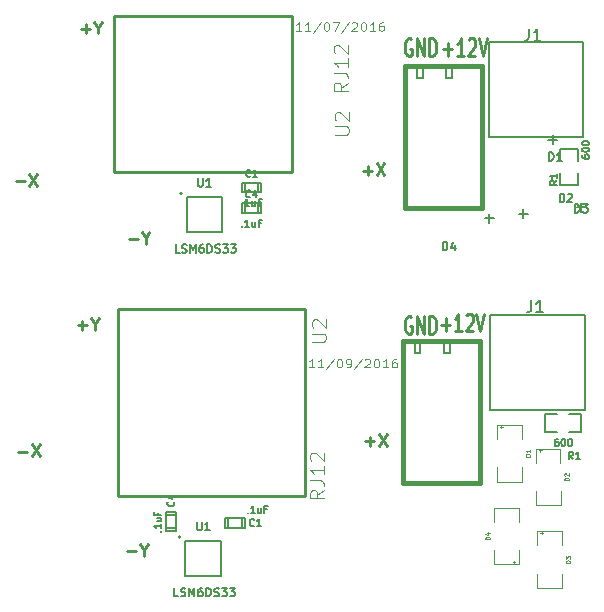
<source format=gto>
G04 #@! TF.FileFunction,Legend,Top*
%FSLAX46Y46*%
G04 Gerber Fmt 4.6, Leading zero omitted, Abs format (unit mm)*
G04 Created by KiCad (PCBNEW 4.0.2-stable) date 11/9/2016 4:35:35 PM*
%MOMM*%
G01*
G04 APERTURE LIST*
%ADD10C,0.150000*%
%ADD11C,0.125000*%
%ADD12C,0.250000*%
%ADD13C,0.254000*%
%ADD14C,0.127000*%
%ADD15C,0.200660*%
%ADD16C,0.381000*%
%ADD17C,0.100000*%
%ADD18C,0.099060*%
%ADD19C,0.175000*%
%ADD20C,0.170000*%
%ADD21C,0.093980*%
G04 APERTURE END LIST*
D10*
D11*
X160223809Y-93216667D02*
X159766666Y-93216667D01*
X159995237Y-93216667D02*
X159995237Y-92516667D01*
X159919047Y-92616667D01*
X159842856Y-92683333D01*
X159766666Y-92716667D01*
X160985714Y-93216667D02*
X160528571Y-93216667D01*
X160757142Y-93216667D02*
X160757142Y-92516667D01*
X160680952Y-92616667D01*
X160604761Y-92683333D01*
X160528571Y-92716667D01*
X161900000Y-92483333D02*
X161214285Y-93383333D01*
X162319047Y-92516667D02*
X162395238Y-92516667D01*
X162471428Y-92550000D01*
X162509523Y-92583333D01*
X162547619Y-92650000D01*
X162585714Y-92783333D01*
X162585714Y-92950000D01*
X162547619Y-93083333D01*
X162509523Y-93150000D01*
X162471428Y-93183333D01*
X162395238Y-93216667D01*
X162319047Y-93216667D01*
X162242857Y-93183333D01*
X162204761Y-93150000D01*
X162166666Y-93083333D01*
X162128571Y-92950000D01*
X162128571Y-92783333D01*
X162166666Y-92650000D01*
X162204761Y-92583333D01*
X162242857Y-92550000D01*
X162319047Y-92516667D01*
X162852381Y-92516667D02*
X163385714Y-92516667D01*
X163042857Y-93216667D01*
X164261905Y-92483333D02*
X163576190Y-93383333D01*
X164490476Y-92583333D02*
X164528571Y-92550000D01*
X164604762Y-92516667D01*
X164795238Y-92516667D01*
X164871428Y-92550000D01*
X164909524Y-92583333D01*
X164947619Y-92650000D01*
X164947619Y-92716667D01*
X164909524Y-92816667D01*
X164452381Y-93216667D01*
X164947619Y-93216667D01*
X165442857Y-92516667D02*
X165519048Y-92516667D01*
X165595238Y-92550000D01*
X165633333Y-92583333D01*
X165671429Y-92650000D01*
X165709524Y-92783333D01*
X165709524Y-92950000D01*
X165671429Y-93083333D01*
X165633333Y-93150000D01*
X165595238Y-93183333D01*
X165519048Y-93216667D01*
X165442857Y-93216667D01*
X165366667Y-93183333D01*
X165328571Y-93150000D01*
X165290476Y-93083333D01*
X165252381Y-92950000D01*
X165252381Y-92783333D01*
X165290476Y-92650000D01*
X165328571Y-92583333D01*
X165366667Y-92550000D01*
X165442857Y-92516667D01*
X166471429Y-93216667D02*
X166014286Y-93216667D01*
X166242857Y-93216667D02*
X166242857Y-92516667D01*
X166166667Y-92616667D01*
X166090476Y-92683333D01*
X166014286Y-92716667D01*
X167157143Y-92516667D02*
X167004762Y-92516667D01*
X166928572Y-92550000D01*
X166890477Y-92583333D01*
X166814286Y-92683333D01*
X166776191Y-92816667D01*
X166776191Y-93083333D01*
X166814286Y-93150000D01*
X166852381Y-93183333D01*
X166928572Y-93216667D01*
X167080953Y-93216667D01*
X167157143Y-93183333D01*
X167195239Y-93150000D01*
X167233334Y-93083333D01*
X167233334Y-92916667D01*
X167195239Y-92850000D01*
X167157143Y-92816667D01*
X167080953Y-92783333D01*
X166928572Y-92783333D01*
X166852381Y-92816667D01*
X166814286Y-92850000D01*
X166776191Y-92916667D01*
D12*
X136042857Y-105971429D02*
X136804762Y-105971429D01*
X137185714Y-105352381D02*
X137852381Y-106352381D01*
X137852381Y-105352381D02*
X137185714Y-106352381D01*
X145590476Y-110871429D02*
X146352381Y-110871429D01*
X147019047Y-110776190D02*
X147019047Y-111252381D01*
X146685714Y-110252381D02*
X147019047Y-110776190D01*
X147352381Y-110252381D01*
X165442857Y-105071429D02*
X166204762Y-105071429D01*
X165823810Y-105452381D02*
X165823810Y-104690476D01*
X166585714Y-104452381D02*
X167252381Y-105452381D01*
X167252381Y-104452381D02*
X166585714Y-105452381D01*
X141590476Y-93071429D02*
X142352381Y-93071429D01*
X141971429Y-93452381D02*
X141971429Y-92690476D01*
X143019047Y-92976190D02*
X143019047Y-93452381D01*
X142685714Y-92452381D02*
X143019047Y-92976190D01*
X143352381Y-92452381D01*
D11*
X161323809Y-121716667D02*
X160866666Y-121716667D01*
X161095237Y-121716667D02*
X161095237Y-121016667D01*
X161019047Y-121116667D01*
X160942856Y-121183333D01*
X160866666Y-121216667D01*
X162085714Y-121716667D02*
X161628571Y-121716667D01*
X161857142Y-121716667D02*
X161857142Y-121016667D01*
X161780952Y-121116667D01*
X161704761Y-121183333D01*
X161628571Y-121216667D01*
X163000000Y-120983333D02*
X162314285Y-121883333D01*
X163419047Y-121016667D02*
X163495238Y-121016667D01*
X163571428Y-121050000D01*
X163609523Y-121083333D01*
X163647619Y-121150000D01*
X163685714Y-121283333D01*
X163685714Y-121450000D01*
X163647619Y-121583333D01*
X163609523Y-121650000D01*
X163571428Y-121683333D01*
X163495238Y-121716667D01*
X163419047Y-121716667D01*
X163342857Y-121683333D01*
X163304761Y-121650000D01*
X163266666Y-121583333D01*
X163228571Y-121450000D01*
X163228571Y-121283333D01*
X163266666Y-121150000D01*
X163304761Y-121083333D01*
X163342857Y-121050000D01*
X163419047Y-121016667D01*
X164066666Y-121716667D02*
X164219047Y-121716667D01*
X164295238Y-121683333D01*
X164333333Y-121650000D01*
X164409524Y-121550000D01*
X164447619Y-121416667D01*
X164447619Y-121150000D01*
X164409524Y-121083333D01*
X164371428Y-121050000D01*
X164295238Y-121016667D01*
X164142857Y-121016667D01*
X164066666Y-121050000D01*
X164028571Y-121083333D01*
X163990476Y-121150000D01*
X163990476Y-121316667D01*
X164028571Y-121383333D01*
X164066666Y-121416667D01*
X164142857Y-121450000D01*
X164295238Y-121450000D01*
X164371428Y-121416667D01*
X164409524Y-121383333D01*
X164447619Y-121316667D01*
X165361905Y-120983333D02*
X164676190Y-121883333D01*
X165590476Y-121083333D02*
X165628571Y-121050000D01*
X165704762Y-121016667D01*
X165895238Y-121016667D01*
X165971428Y-121050000D01*
X166009524Y-121083333D01*
X166047619Y-121150000D01*
X166047619Y-121216667D01*
X166009524Y-121316667D01*
X165552381Y-121716667D01*
X166047619Y-121716667D01*
X166542857Y-121016667D02*
X166619048Y-121016667D01*
X166695238Y-121050000D01*
X166733333Y-121083333D01*
X166771429Y-121150000D01*
X166809524Y-121283333D01*
X166809524Y-121450000D01*
X166771429Y-121583333D01*
X166733333Y-121650000D01*
X166695238Y-121683333D01*
X166619048Y-121716667D01*
X166542857Y-121716667D01*
X166466667Y-121683333D01*
X166428571Y-121650000D01*
X166390476Y-121583333D01*
X166352381Y-121450000D01*
X166352381Y-121283333D01*
X166390476Y-121150000D01*
X166428571Y-121083333D01*
X166466667Y-121050000D01*
X166542857Y-121016667D01*
X167571429Y-121716667D02*
X167114286Y-121716667D01*
X167342857Y-121716667D02*
X167342857Y-121016667D01*
X167266667Y-121116667D01*
X167190476Y-121183333D01*
X167114286Y-121216667D01*
X168257143Y-121016667D02*
X168104762Y-121016667D01*
X168028572Y-121050000D01*
X167990477Y-121083333D01*
X167914286Y-121183333D01*
X167876191Y-121316667D01*
X167876191Y-121583333D01*
X167914286Y-121650000D01*
X167952381Y-121683333D01*
X168028572Y-121716667D01*
X168180953Y-121716667D01*
X168257143Y-121683333D01*
X168295239Y-121650000D01*
X168333334Y-121583333D01*
X168333334Y-121416667D01*
X168295239Y-121350000D01*
X168257143Y-121316667D01*
X168180953Y-121283333D01*
X168028572Y-121283333D01*
X167952381Y-121316667D01*
X167914286Y-121350000D01*
X167876191Y-121416667D01*
D12*
X136242857Y-128871429D02*
X137004762Y-128871429D01*
X137385714Y-128252381D02*
X138052381Y-129252381D01*
X138052381Y-128252381D02*
X137385714Y-129252381D01*
X145490476Y-137271429D02*
X146252381Y-137271429D01*
X146919047Y-137176190D02*
X146919047Y-137652381D01*
X146585714Y-136652381D02*
X146919047Y-137176190D01*
X147252381Y-136652381D01*
X165642857Y-127971429D02*
X166404762Y-127971429D01*
X166023810Y-128352381D02*
X166023810Y-127590476D01*
X166785714Y-127352381D02*
X167452381Y-128352381D01*
X167452381Y-127352381D02*
X166785714Y-128352381D01*
X141290476Y-118171429D02*
X142052381Y-118171429D01*
X141671429Y-118552381D02*
X141671429Y-117790476D01*
X142719047Y-118076190D02*
X142719047Y-118552381D01*
X142385714Y-117552381D02*
X142719047Y-118076190D01*
X143052381Y-117552381D01*
X169538096Y-93950000D02*
X169442858Y-93878571D01*
X169300001Y-93878571D01*
X169157143Y-93950000D01*
X169061905Y-94092857D01*
X169014286Y-94235714D01*
X168966667Y-94521429D01*
X168966667Y-94735714D01*
X169014286Y-95021429D01*
X169061905Y-95164286D01*
X169157143Y-95307143D01*
X169300001Y-95378571D01*
X169395239Y-95378571D01*
X169538096Y-95307143D01*
X169585715Y-95235714D01*
X169585715Y-94735714D01*
X169395239Y-94735714D01*
X170014286Y-95378571D02*
X170014286Y-93878571D01*
X170585715Y-95378571D01*
X170585715Y-93878571D01*
X171061905Y-95378571D02*
X171061905Y-93878571D01*
X171300000Y-93878571D01*
X171442858Y-93950000D01*
X171538096Y-94092857D01*
X171585715Y-94235714D01*
X171633334Y-94521429D01*
X171633334Y-94735714D01*
X171585715Y-95021429D01*
X171538096Y-95164286D01*
X171442858Y-95307143D01*
X171300000Y-95378571D01*
X171061905Y-95378571D01*
X172238095Y-94807143D02*
X173000000Y-94807143D01*
X172619048Y-95378571D02*
X172619048Y-94235714D01*
X174000000Y-95378571D02*
X173428571Y-95378571D01*
X173714285Y-95378571D02*
X173714285Y-93878571D01*
X173619047Y-94092857D01*
X173523809Y-94235714D01*
X173428571Y-94307143D01*
X174380952Y-94021429D02*
X174428571Y-93950000D01*
X174523809Y-93878571D01*
X174761905Y-93878571D01*
X174857143Y-93950000D01*
X174904762Y-94021429D01*
X174952381Y-94164286D01*
X174952381Y-94307143D01*
X174904762Y-94521429D01*
X174333333Y-95378571D01*
X174952381Y-95378571D01*
X175238095Y-93878571D02*
X175571428Y-95378571D01*
X175904762Y-93878571D01*
X169538096Y-117450000D02*
X169442858Y-117378571D01*
X169300001Y-117378571D01*
X169157143Y-117450000D01*
X169061905Y-117592857D01*
X169014286Y-117735714D01*
X168966667Y-118021429D01*
X168966667Y-118235714D01*
X169014286Y-118521429D01*
X169061905Y-118664286D01*
X169157143Y-118807143D01*
X169300001Y-118878571D01*
X169395239Y-118878571D01*
X169538096Y-118807143D01*
X169585715Y-118735714D01*
X169585715Y-118235714D01*
X169395239Y-118235714D01*
X170014286Y-118878571D02*
X170014286Y-117378571D01*
X170585715Y-118878571D01*
X170585715Y-117378571D01*
X171061905Y-118878571D02*
X171061905Y-117378571D01*
X171300000Y-117378571D01*
X171442858Y-117450000D01*
X171538096Y-117592857D01*
X171585715Y-117735714D01*
X171633334Y-118021429D01*
X171633334Y-118235714D01*
X171585715Y-118521429D01*
X171538096Y-118664286D01*
X171442858Y-118807143D01*
X171300000Y-118878571D01*
X171061905Y-118878571D01*
X172038095Y-118107143D02*
X172800000Y-118107143D01*
X172419048Y-118678571D02*
X172419048Y-117535714D01*
X173800000Y-118678571D02*
X173228571Y-118678571D01*
X173514285Y-118678571D02*
X173514285Y-117178571D01*
X173419047Y-117392857D01*
X173323809Y-117535714D01*
X173228571Y-117607143D01*
X174180952Y-117321429D02*
X174228571Y-117250000D01*
X174323809Y-117178571D01*
X174561905Y-117178571D01*
X174657143Y-117250000D01*
X174704762Y-117321429D01*
X174752381Y-117464286D01*
X174752381Y-117607143D01*
X174704762Y-117821429D01*
X174133333Y-118678571D01*
X174752381Y-118678571D01*
X175038095Y-117178571D02*
X175371428Y-118678571D01*
X175704762Y-117178571D01*
D13*
X159440000Y-91995000D02*
X159440000Y-105205000D01*
X159440000Y-105205000D02*
X144360000Y-105205000D01*
X144360000Y-105205000D02*
X144360000Y-91995000D01*
X144360000Y-91995000D02*
X159440000Y-91995000D01*
D14*
X156558800Y-106906400D02*
X156558800Y-106093600D01*
X155441200Y-106119000D02*
X155441200Y-106906400D01*
X155187200Y-106093600D02*
X156812800Y-106093600D01*
X156812800Y-106093600D02*
X156812800Y-106906400D01*
X156812800Y-106906400D02*
X155187200Y-106906400D01*
X155187200Y-106906400D02*
X155187200Y-106093600D01*
X156558800Y-108656400D02*
X156558800Y-107843600D01*
X155441200Y-107869000D02*
X155441200Y-108656400D01*
X155187200Y-107843600D02*
X156812800Y-107843600D01*
X156812800Y-107843600D02*
X156812800Y-108656400D01*
X156812800Y-108656400D02*
X155187200Y-108656400D01*
X155187200Y-108656400D02*
X155187200Y-107843600D01*
D10*
X150100000Y-107000000D02*
G75*
G03X150100000Y-107000000I-100000J0D01*
G01*
D15*
X153500000Y-107300000D02*
X153500000Y-110300000D01*
X153500000Y-110300000D02*
X150500000Y-110300000D01*
X150500000Y-107300000D02*
X150500000Y-110300000D01*
X150500000Y-107300000D02*
X153500000Y-107300000D01*
D14*
X155158800Y-135306400D02*
X155158800Y-134493600D01*
X154041200Y-134519000D02*
X154041200Y-135306400D01*
X153787200Y-134493600D02*
X155412800Y-134493600D01*
X155412800Y-134493600D02*
X155412800Y-135306400D01*
X155412800Y-135306400D02*
X153787200Y-135306400D01*
X153787200Y-135306400D02*
X153787200Y-134493600D01*
X149606400Y-134241200D02*
X148793600Y-134241200D01*
X148819000Y-135358800D02*
X149606400Y-135358800D01*
X148793600Y-135612800D02*
X148793600Y-133987200D01*
X148793600Y-133987200D02*
X149606400Y-133987200D01*
X149606400Y-133987200D02*
X149606400Y-135612800D01*
X149606400Y-135612800D02*
X148793600Y-135612800D01*
D10*
X150000000Y-136100000D02*
G75*
G03X150000000Y-136100000I-100000J0D01*
G01*
D15*
X153400000Y-136400000D02*
X153400000Y-139400000D01*
X153400000Y-139400000D02*
X150400000Y-139400000D01*
X150400000Y-136400000D02*
X150400000Y-139400000D01*
X150400000Y-136400000D02*
X153400000Y-136400000D01*
D13*
X144660000Y-132600000D02*
X144660000Y-116800000D01*
X144660000Y-116800000D02*
X160540000Y-116800000D01*
X160540000Y-116800000D02*
X160540000Y-132600000D01*
X160540000Y-132600000D02*
X144660000Y-132600000D01*
D10*
X170500000Y-96200000D02*
X170500000Y-97200000D01*
X170000000Y-97200000D02*
X170000000Y-96200000D01*
X170500000Y-97200000D02*
X170000000Y-97200000D01*
X173000000Y-97200000D02*
X172500000Y-97200000D01*
X172500000Y-97200000D02*
X172500000Y-96200000D01*
X173000000Y-96200000D02*
X173000000Y-97200000D01*
D16*
X175500000Y-108200000D02*
X175500000Y-96200000D01*
X175500000Y-96200000D02*
X169000000Y-96200000D01*
X169000000Y-96200000D02*
X169000000Y-108200000D01*
X169000000Y-108200000D02*
X175500000Y-108200000D01*
D10*
X176100000Y-94200000D02*
X184100000Y-94200000D01*
X184100000Y-94200000D02*
X184100000Y-102200000D01*
X184100000Y-102200000D02*
X176100000Y-102200000D01*
X176100000Y-102200000D02*
X176100000Y-94200000D01*
D14*
X183662000Y-105308000D02*
X183662000Y-106324000D01*
X183662000Y-106324000D02*
X182138000Y-106324000D01*
X182138000Y-106324000D02*
X182138000Y-105308000D01*
X182138000Y-104292000D02*
X182138000Y-103276000D01*
X182138000Y-103276000D02*
X183662000Y-103276000D01*
X183662000Y-103276000D02*
X183662000Y-104292000D01*
D10*
X170300000Y-119500000D02*
X170300000Y-120500000D01*
X169800000Y-120500000D02*
X169800000Y-119500000D01*
X170300000Y-120500000D02*
X169800000Y-120500000D01*
X172800000Y-120500000D02*
X172300000Y-120500000D01*
X172300000Y-120500000D02*
X172300000Y-119500000D01*
X172800000Y-119500000D02*
X172800000Y-120500000D01*
D16*
X175300000Y-131500000D02*
X175300000Y-119500000D01*
X175300000Y-119500000D02*
X168800000Y-119500000D01*
X168800000Y-119500000D02*
X168800000Y-131500000D01*
X168800000Y-131500000D02*
X175300000Y-131500000D01*
D10*
X176200000Y-117300000D02*
X184200000Y-117300000D01*
X184200000Y-117300000D02*
X184200000Y-125300000D01*
X184200000Y-125300000D02*
X176200000Y-125300000D01*
X176200000Y-125300000D02*
X176200000Y-117300000D01*
D14*
X181892000Y-127162000D02*
X180876000Y-127162000D01*
X180876000Y-127162000D02*
X180876000Y-125638000D01*
X180876000Y-125638000D02*
X181892000Y-125638000D01*
X182908000Y-125638000D02*
X183924000Y-125638000D01*
X183924000Y-125638000D02*
X183924000Y-127162000D01*
X183924000Y-127162000D02*
X182908000Y-127162000D01*
D17*
X178250000Y-138340000D02*
X178250000Y-138140000D01*
X178140000Y-138240000D02*
X178340000Y-138240000D01*
D18*
X178657560Y-137200000D02*
X178657560Y-138400000D01*
X178650000Y-138400000D02*
X176550000Y-138400000D01*
X176547040Y-138400000D02*
X176547040Y-137200000D01*
X176541960Y-134800000D02*
X176541960Y-133600000D01*
X176550000Y-133600000D02*
X178650000Y-133600000D01*
X178657880Y-133600000D02*
X178657880Y-134800000D01*
D17*
X180550000Y-135660000D02*
X180550000Y-135860000D01*
X180660000Y-135760000D02*
X180460000Y-135760000D01*
D18*
X180142440Y-136800000D02*
X180142440Y-135600000D01*
X180150000Y-135600000D02*
X182250000Y-135600000D01*
X182252960Y-135600000D02*
X182252960Y-136800000D01*
X182258040Y-139200000D02*
X182258040Y-140400000D01*
X182250000Y-140400000D02*
X180150000Y-140400000D01*
X180142120Y-140400000D02*
X180142120Y-139200000D01*
D17*
X180450000Y-128660000D02*
X180450000Y-128860000D01*
X180560000Y-128760000D02*
X180360000Y-128760000D01*
D18*
X180042440Y-129800000D02*
X180042440Y-128600000D01*
X180050000Y-128600000D02*
X182150000Y-128600000D01*
X182152960Y-128600000D02*
X182152960Y-129800000D01*
X182158040Y-132200000D02*
X182158040Y-133400000D01*
X182150000Y-133400000D02*
X180050000Y-133400000D01*
X180042120Y-133400000D02*
X180042120Y-132200000D01*
D17*
X177150000Y-126660000D02*
X177150000Y-126860000D01*
X177260000Y-126760000D02*
X177060000Y-126760000D01*
D18*
X176742440Y-127800000D02*
X176742440Y-126600000D01*
X176750000Y-126600000D02*
X178850000Y-126600000D01*
X178852960Y-126600000D02*
X178852960Y-127800000D01*
X178858040Y-130200000D02*
X178858040Y-131400000D01*
X178850000Y-131400000D02*
X176750000Y-131400000D01*
X176742120Y-131400000D02*
X176742120Y-130200000D01*
X163042857Y-102014286D02*
X164014286Y-102014286D01*
X164128571Y-101957143D01*
X164185714Y-101900000D01*
X164242857Y-101785714D01*
X164242857Y-101557143D01*
X164185714Y-101442857D01*
X164128571Y-101385714D01*
X164014286Y-101328571D01*
X163042857Y-101328571D01*
X163157143Y-100814286D02*
X163100000Y-100757143D01*
X163042857Y-100642857D01*
X163042857Y-100357143D01*
X163100000Y-100242857D01*
X163157143Y-100185714D01*
X163271429Y-100128571D01*
X163385714Y-100128571D01*
X163557143Y-100185714D01*
X164242857Y-100871428D01*
X164242857Y-100128571D01*
X164142857Y-97628571D02*
X163571429Y-98028571D01*
X164142857Y-98314286D02*
X162942857Y-98314286D01*
X162942857Y-97857143D01*
X163000000Y-97742857D01*
X163057143Y-97685714D01*
X163171429Y-97628571D01*
X163342857Y-97628571D01*
X163457143Y-97685714D01*
X163514286Y-97742857D01*
X163571429Y-97857143D01*
X163571429Y-98314286D01*
X162942857Y-96771429D02*
X163800000Y-96771429D01*
X163971429Y-96828571D01*
X164085714Y-96942857D01*
X164142857Y-97114286D01*
X164142857Y-97228571D01*
X164142857Y-95571428D02*
X164142857Y-96257143D01*
X164142857Y-95914285D02*
X162942857Y-95914285D01*
X163114286Y-96028571D01*
X163228571Y-96142857D01*
X163285714Y-96257143D01*
X163057143Y-95114286D02*
X163000000Y-95057143D01*
X162942857Y-94942857D01*
X162942857Y-94657143D01*
X163000000Y-94542857D01*
X163057143Y-94485714D01*
X163171429Y-94428571D01*
X163285714Y-94428571D01*
X163457143Y-94485714D01*
X164142857Y-95171428D01*
X164142857Y-94428571D01*
D10*
X155900000Y-105514286D02*
X155871429Y-105542857D01*
X155785715Y-105571429D01*
X155728572Y-105571429D01*
X155642857Y-105542857D01*
X155585715Y-105485714D01*
X155557143Y-105428571D01*
X155528572Y-105314286D01*
X155528572Y-105228571D01*
X155557143Y-105114286D01*
X155585715Y-105057143D01*
X155642857Y-105000000D01*
X155728572Y-104971429D01*
X155785715Y-104971429D01*
X155871429Y-105000000D01*
X155900000Y-105028571D01*
X156471429Y-105571429D02*
X156128572Y-105571429D01*
X156300000Y-105571429D02*
X156300000Y-104971429D01*
X156242857Y-105057143D01*
X156185715Y-105114286D01*
X156128572Y-105142857D01*
X155185714Y-108014286D02*
X155214286Y-108042857D01*
X155185714Y-108071429D01*
X155157143Y-108042857D01*
X155185714Y-108014286D01*
X155185714Y-108071429D01*
X155785714Y-108071429D02*
X155442857Y-108071429D01*
X155614285Y-108071429D02*
X155614285Y-107471429D01*
X155557142Y-107557143D01*
X155500000Y-107614286D01*
X155442857Y-107642857D01*
X156300000Y-107671429D02*
X156300000Y-108071429D01*
X156042857Y-107671429D02*
X156042857Y-107985714D01*
X156071429Y-108042857D01*
X156128571Y-108071429D01*
X156214286Y-108071429D01*
X156271429Y-108042857D01*
X156300000Y-108014286D01*
X156785714Y-107757143D02*
X156585714Y-107757143D01*
X156585714Y-108071429D02*
X156585714Y-107471429D01*
X156871428Y-107471429D01*
X155900000Y-107264286D02*
X155871429Y-107292857D01*
X155785715Y-107321429D01*
X155728572Y-107321429D01*
X155642857Y-107292857D01*
X155585715Y-107235714D01*
X155557143Y-107178571D01*
X155528572Y-107064286D01*
X155528572Y-106978571D01*
X155557143Y-106864286D01*
X155585715Y-106807143D01*
X155642857Y-106750000D01*
X155728572Y-106721429D01*
X155785715Y-106721429D01*
X155871429Y-106750000D01*
X155900000Y-106778571D01*
X156414286Y-106921429D02*
X156414286Y-107321429D01*
X156271429Y-106692857D02*
X156128572Y-107121429D01*
X156500000Y-107121429D01*
X155185714Y-109764286D02*
X155214286Y-109792857D01*
X155185714Y-109821429D01*
X155157143Y-109792857D01*
X155185714Y-109764286D01*
X155185714Y-109821429D01*
X155785714Y-109821429D02*
X155442857Y-109821429D01*
X155614285Y-109821429D02*
X155614285Y-109221429D01*
X155557142Y-109307143D01*
X155500000Y-109364286D01*
X155442857Y-109392857D01*
X156300000Y-109421429D02*
X156300000Y-109821429D01*
X156042857Y-109421429D02*
X156042857Y-109735714D01*
X156071429Y-109792857D01*
X156128571Y-109821429D01*
X156214286Y-109821429D01*
X156271429Y-109792857D01*
X156300000Y-109764286D01*
X156785714Y-109507143D02*
X156585714Y-109507143D01*
X156585714Y-109821429D02*
X156585714Y-109221429D01*
X156871428Y-109221429D01*
D19*
X151466667Y-105716667D02*
X151466667Y-106283333D01*
X151500000Y-106350000D01*
X151533333Y-106383333D01*
X151600000Y-106416667D01*
X151733333Y-106416667D01*
X151800000Y-106383333D01*
X151833333Y-106350000D01*
X151866667Y-106283333D01*
X151866667Y-105716667D01*
X152566666Y-106416667D02*
X152166666Y-106416667D01*
X152366666Y-106416667D02*
X152366666Y-105716667D01*
X152300000Y-105816667D01*
X152233333Y-105883333D01*
X152166666Y-105916667D01*
D20*
X149899999Y-112016667D02*
X149566666Y-112016667D01*
X149566666Y-111316667D01*
X150099999Y-111983333D02*
X150199999Y-112016667D01*
X150366666Y-112016667D01*
X150433333Y-111983333D01*
X150466666Y-111950000D01*
X150499999Y-111883333D01*
X150499999Y-111816667D01*
X150466666Y-111750000D01*
X150433333Y-111716667D01*
X150366666Y-111683333D01*
X150233333Y-111650000D01*
X150166666Y-111616667D01*
X150133333Y-111583333D01*
X150099999Y-111516667D01*
X150099999Y-111450000D01*
X150133333Y-111383333D01*
X150166666Y-111350000D01*
X150233333Y-111316667D01*
X150399999Y-111316667D01*
X150499999Y-111350000D01*
X150800000Y-112016667D02*
X150800000Y-111316667D01*
X151033333Y-111816667D01*
X151266666Y-111316667D01*
X151266666Y-112016667D01*
X151900000Y-111316667D02*
X151766666Y-111316667D01*
X151700000Y-111350000D01*
X151666666Y-111383333D01*
X151600000Y-111483333D01*
X151566666Y-111616667D01*
X151566666Y-111883333D01*
X151600000Y-111950000D01*
X151633333Y-111983333D01*
X151700000Y-112016667D01*
X151833333Y-112016667D01*
X151900000Y-111983333D01*
X151933333Y-111950000D01*
X151966666Y-111883333D01*
X151966666Y-111716667D01*
X151933333Y-111650000D01*
X151900000Y-111616667D01*
X151833333Y-111583333D01*
X151700000Y-111583333D01*
X151633333Y-111616667D01*
X151600000Y-111650000D01*
X151566666Y-111716667D01*
X152266667Y-112016667D02*
X152266667Y-111316667D01*
X152433333Y-111316667D01*
X152533333Y-111350000D01*
X152600000Y-111416667D01*
X152633333Y-111483333D01*
X152666667Y-111616667D01*
X152666667Y-111716667D01*
X152633333Y-111850000D01*
X152600000Y-111916667D01*
X152533333Y-111983333D01*
X152433333Y-112016667D01*
X152266667Y-112016667D01*
X152933333Y-111983333D02*
X153033333Y-112016667D01*
X153200000Y-112016667D01*
X153266667Y-111983333D01*
X153300000Y-111950000D01*
X153333333Y-111883333D01*
X153333333Y-111816667D01*
X153300000Y-111750000D01*
X153266667Y-111716667D01*
X153200000Y-111683333D01*
X153066667Y-111650000D01*
X153000000Y-111616667D01*
X152966667Y-111583333D01*
X152933333Y-111516667D01*
X152933333Y-111450000D01*
X152966667Y-111383333D01*
X153000000Y-111350000D01*
X153066667Y-111316667D01*
X153233333Y-111316667D01*
X153333333Y-111350000D01*
X153566667Y-111316667D02*
X154000000Y-111316667D01*
X153766667Y-111583333D01*
X153866667Y-111583333D01*
X153933334Y-111616667D01*
X153966667Y-111650000D01*
X154000000Y-111716667D01*
X154000000Y-111883333D01*
X153966667Y-111950000D01*
X153933334Y-111983333D01*
X153866667Y-112016667D01*
X153666667Y-112016667D01*
X153600000Y-111983333D01*
X153566667Y-111950000D01*
X154233334Y-111316667D02*
X154666667Y-111316667D01*
X154433334Y-111583333D01*
X154533334Y-111583333D01*
X154600001Y-111616667D01*
X154633334Y-111650000D01*
X154666667Y-111716667D01*
X154666667Y-111883333D01*
X154633334Y-111950000D01*
X154600001Y-111983333D01*
X154533334Y-112016667D01*
X154333334Y-112016667D01*
X154266667Y-111983333D01*
X154233334Y-111950000D01*
D10*
X156200000Y-135114286D02*
X156171429Y-135142857D01*
X156085715Y-135171429D01*
X156028572Y-135171429D01*
X155942857Y-135142857D01*
X155885715Y-135085714D01*
X155857143Y-135028571D01*
X155828572Y-134914286D01*
X155828572Y-134828571D01*
X155857143Y-134714286D01*
X155885715Y-134657143D01*
X155942857Y-134600000D01*
X156028572Y-134571429D01*
X156085715Y-134571429D01*
X156171429Y-134600000D01*
X156200000Y-134628571D01*
X156771429Y-135171429D02*
X156428572Y-135171429D01*
X156600000Y-135171429D02*
X156600000Y-134571429D01*
X156542857Y-134657143D01*
X156485715Y-134714286D01*
X156428572Y-134742857D01*
X155685714Y-134014286D02*
X155714286Y-134042857D01*
X155685714Y-134071429D01*
X155657143Y-134042857D01*
X155685714Y-134014286D01*
X155685714Y-134071429D01*
X156285714Y-134071429D02*
X155942857Y-134071429D01*
X156114285Y-134071429D02*
X156114285Y-133471429D01*
X156057142Y-133557143D01*
X156000000Y-133614286D01*
X155942857Y-133642857D01*
X156800000Y-133671429D02*
X156800000Y-134071429D01*
X156542857Y-133671429D02*
X156542857Y-133985714D01*
X156571429Y-134042857D01*
X156628571Y-134071429D01*
X156714286Y-134071429D01*
X156771429Y-134042857D01*
X156800000Y-134014286D01*
X157285714Y-133757143D02*
X157085714Y-133757143D01*
X157085714Y-134071429D02*
X157085714Y-133471429D01*
X157371428Y-133471429D01*
X149414286Y-133100000D02*
X149442857Y-133128571D01*
X149471429Y-133214285D01*
X149471429Y-133271428D01*
X149442857Y-133357143D01*
X149385714Y-133414285D01*
X149328571Y-133442857D01*
X149214286Y-133471428D01*
X149128571Y-133471428D01*
X149014286Y-133442857D01*
X148957143Y-133414285D01*
X148900000Y-133357143D01*
X148871429Y-133271428D01*
X148871429Y-133214285D01*
X148900000Y-133128571D01*
X148928571Y-133100000D01*
X149071429Y-132585714D02*
X149471429Y-132585714D01*
X148842857Y-132728571D02*
X149271429Y-132871428D01*
X149271429Y-132500000D01*
X148314286Y-135614286D02*
X148342857Y-135585714D01*
X148371429Y-135614286D01*
X148342857Y-135642857D01*
X148314286Y-135614286D01*
X148371429Y-135614286D01*
X148371429Y-135014286D02*
X148371429Y-135357143D01*
X148371429Y-135185715D02*
X147771429Y-135185715D01*
X147857143Y-135242858D01*
X147914286Y-135300000D01*
X147942857Y-135357143D01*
X147971429Y-134500000D02*
X148371429Y-134500000D01*
X147971429Y-134757143D02*
X148285714Y-134757143D01*
X148342857Y-134728571D01*
X148371429Y-134671429D01*
X148371429Y-134585714D01*
X148342857Y-134528571D01*
X148314286Y-134500000D01*
X148057143Y-134014286D02*
X148057143Y-134214286D01*
X148371429Y-134214286D02*
X147771429Y-134214286D01*
X147771429Y-133928572D01*
D19*
X151366667Y-134816667D02*
X151366667Y-135383333D01*
X151400000Y-135450000D01*
X151433333Y-135483333D01*
X151500000Y-135516667D01*
X151633333Y-135516667D01*
X151700000Y-135483333D01*
X151733333Y-135450000D01*
X151766667Y-135383333D01*
X151766667Y-134816667D01*
X152466666Y-135516667D02*
X152066666Y-135516667D01*
X152266666Y-135516667D02*
X152266666Y-134816667D01*
X152200000Y-134916667D01*
X152133333Y-134983333D01*
X152066666Y-135016667D01*
D20*
X149799999Y-141116667D02*
X149466666Y-141116667D01*
X149466666Y-140416667D01*
X149999999Y-141083333D02*
X150099999Y-141116667D01*
X150266666Y-141116667D01*
X150333333Y-141083333D01*
X150366666Y-141050000D01*
X150399999Y-140983333D01*
X150399999Y-140916667D01*
X150366666Y-140850000D01*
X150333333Y-140816667D01*
X150266666Y-140783333D01*
X150133333Y-140750000D01*
X150066666Y-140716667D01*
X150033333Y-140683333D01*
X149999999Y-140616667D01*
X149999999Y-140550000D01*
X150033333Y-140483333D01*
X150066666Y-140450000D01*
X150133333Y-140416667D01*
X150299999Y-140416667D01*
X150399999Y-140450000D01*
X150700000Y-141116667D02*
X150700000Y-140416667D01*
X150933333Y-140916667D01*
X151166666Y-140416667D01*
X151166666Y-141116667D01*
X151800000Y-140416667D02*
X151666666Y-140416667D01*
X151600000Y-140450000D01*
X151566666Y-140483333D01*
X151500000Y-140583333D01*
X151466666Y-140716667D01*
X151466666Y-140983333D01*
X151500000Y-141050000D01*
X151533333Y-141083333D01*
X151600000Y-141116667D01*
X151733333Y-141116667D01*
X151800000Y-141083333D01*
X151833333Y-141050000D01*
X151866666Y-140983333D01*
X151866666Y-140816667D01*
X151833333Y-140750000D01*
X151800000Y-140716667D01*
X151733333Y-140683333D01*
X151600000Y-140683333D01*
X151533333Y-140716667D01*
X151500000Y-140750000D01*
X151466666Y-140816667D01*
X152166667Y-141116667D02*
X152166667Y-140416667D01*
X152333333Y-140416667D01*
X152433333Y-140450000D01*
X152500000Y-140516667D01*
X152533333Y-140583333D01*
X152566667Y-140716667D01*
X152566667Y-140816667D01*
X152533333Y-140950000D01*
X152500000Y-141016667D01*
X152433333Y-141083333D01*
X152333333Y-141116667D01*
X152166667Y-141116667D01*
X152833333Y-141083333D02*
X152933333Y-141116667D01*
X153100000Y-141116667D01*
X153166667Y-141083333D01*
X153200000Y-141050000D01*
X153233333Y-140983333D01*
X153233333Y-140916667D01*
X153200000Y-140850000D01*
X153166667Y-140816667D01*
X153100000Y-140783333D01*
X152966667Y-140750000D01*
X152900000Y-140716667D01*
X152866667Y-140683333D01*
X152833333Y-140616667D01*
X152833333Y-140550000D01*
X152866667Y-140483333D01*
X152900000Y-140450000D01*
X152966667Y-140416667D01*
X153133333Y-140416667D01*
X153233333Y-140450000D01*
X153466667Y-140416667D02*
X153900000Y-140416667D01*
X153666667Y-140683333D01*
X153766667Y-140683333D01*
X153833334Y-140716667D01*
X153866667Y-140750000D01*
X153900000Y-140816667D01*
X153900000Y-140983333D01*
X153866667Y-141050000D01*
X153833334Y-141083333D01*
X153766667Y-141116667D01*
X153566667Y-141116667D01*
X153500000Y-141083333D01*
X153466667Y-141050000D01*
X154133334Y-140416667D02*
X154566667Y-140416667D01*
X154333334Y-140683333D01*
X154433334Y-140683333D01*
X154500001Y-140716667D01*
X154533334Y-140750000D01*
X154566667Y-140816667D01*
X154566667Y-140983333D01*
X154533334Y-141050000D01*
X154500001Y-141083333D01*
X154433334Y-141116667D01*
X154233334Y-141116667D01*
X154166667Y-141083333D01*
X154133334Y-141050000D01*
D18*
X161112857Y-119554286D02*
X162084286Y-119554286D01*
X162198571Y-119497143D01*
X162255714Y-119440000D01*
X162312857Y-119325714D01*
X162312857Y-119097143D01*
X162255714Y-118982857D01*
X162198571Y-118925714D01*
X162084286Y-118868571D01*
X161112857Y-118868571D01*
X161227143Y-118354286D02*
X161170000Y-118297143D01*
X161112857Y-118182857D01*
X161112857Y-117897143D01*
X161170000Y-117782857D01*
X161227143Y-117725714D01*
X161341429Y-117668571D01*
X161455714Y-117668571D01*
X161627143Y-117725714D01*
X162312857Y-118411428D01*
X162312857Y-117668571D01*
X162132857Y-132138571D02*
X161561429Y-132538571D01*
X162132857Y-132824286D02*
X160932857Y-132824286D01*
X160932857Y-132367143D01*
X160990000Y-132252857D01*
X161047143Y-132195714D01*
X161161429Y-132138571D01*
X161332857Y-132138571D01*
X161447143Y-132195714D01*
X161504286Y-132252857D01*
X161561429Y-132367143D01*
X161561429Y-132824286D01*
X160932857Y-131281429D02*
X161790000Y-131281429D01*
X161961429Y-131338571D01*
X162075714Y-131452857D01*
X162132857Y-131624286D01*
X162132857Y-131738571D01*
X162132857Y-130081428D02*
X162132857Y-130767143D01*
X162132857Y-130424285D02*
X160932857Y-130424285D01*
X161104286Y-130538571D01*
X161218571Y-130652857D01*
X161275714Y-130767143D01*
X161047143Y-129624286D02*
X160990000Y-129567143D01*
X160932857Y-129452857D01*
X160932857Y-129167143D01*
X160990000Y-129052857D01*
X161047143Y-128995714D01*
X161161429Y-128938571D01*
X161275714Y-128938571D01*
X161447143Y-128995714D01*
X162132857Y-129681428D01*
X162132857Y-128938571D01*
D10*
X182083334Y-107716667D02*
X182083334Y-107016667D01*
X182250000Y-107016667D01*
X182350000Y-107050000D01*
X182416667Y-107116667D01*
X182450000Y-107183333D01*
X182483334Y-107316667D01*
X182483334Y-107416667D01*
X182450000Y-107550000D01*
X182416667Y-107616667D01*
X182350000Y-107683333D01*
X182250000Y-107716667D01*
X182083334Y-107716667D01*
X182750000Y-107083333D02*
X182783334Y-107050000D01*
X182850000Y-107016667D01*
X183016667Y-107016667D01*
X183083334Y-107050000D01*
X183116667Y-107083333D01*
X183150000Y-107150000D01*
X183150000Y-107216667D01*
X183116667Y-107316667D01*
X182716667Y-107716667D01*
X183150000Y-107716667D01*
X175729048Y-109111429D02*
X176490953Y-109111429D01*
X176110001Y-109492381D02*
X176110001Y-108730476D01*
X183383334Y-108616667D02*
X183383334Y-107916667D01*
X183550000Y-107916667D01*
X183650000Y-107950000D01*
X183716667Y-108016667D01*
X183750000Y-108083333D01*
X183783334Y-108216667D01*
X183783334Y-108316667D01*
X183750000Y-108450000D01*
X183716667Y-108516667D01*
X183650000Y-108583333D01*
X183550000Y-108616667D01*
X183383334Y-108616667D01*
X184016667Y-107916667D02*
X184450000Y-107916667D01*
X184216667Y-108183333D01*
X184316667Y-108183333D01*
X184383334Y-108216667D01*
X184416667Y-108250000D01*
X184450000Y-108316667D01*
X184450000Y-108483333D01*
X184416667Y-108550000D01*
X184383334Y-108583333D01*
X184316667Y-108616667D01*
X184116667Y-108616667D01*
X184050000Y-108583333D01*
X184016667Y-108550000D01*
X183519048Y-108171429D02*
X184280953Y-108171429D01*
X183900001Y-108552381D02*
X183900001Y-107790476D01*
X172183334Y-111816667D02*
X172183334Y-111116667D01*
X172350000Y-111116667D01*
X172450000Y-111150000D01*
X172516667Y-111216667D01*
X172550000Y-111283333D01*
X172583334Y-111416667D01*
X172583334Y-111516667D01*
X172550000Y-111650000D01*
X172516667Y-111716667D01*
X172450000Y-111783333D01*
X172350000Y-111816667D01*
X172183334Y-111816667D01*
X173183334Y-111350000D02*
X173183334Y-111816667D01*
X173016667Y-111083333D02*
X172850000Y-111583333D01*
X173283334Y-111583333D01*
X178609048Y-108731429D02*
X179370953Y-108731429D01*
X178990001Y-109112381D02*
X178990001Y-108350476D01*
X179466667Y-93052381D02*
X179466667Y-93766667D01*
X179419047Y-93909524D01*
X179323809Y-94004762D01*
X179180952Y-94052381D01*
X179085714Y-94052381D01*
X180466667Y-94052381D02*
X179895238Y-94052381D01*
X180180952Y-94052381D02*
X180180952Y-93052381D01*
X180085714Y-93195238D01*
X179990476Y-93290476D01*
X179895238Y-93338095D01*
X181183334Y-104216667D02*
X181183334Y-103516667D01*
X181350000Y-103516667D01*
X181450000Y-103550000D01*
X181516667Y-103616667D01*
X181550000Y-103683333D01*
X181583334Y-103816667D01*
X181583334Y-103916667D01*
X181550000Y-104050000D01*
X181516667Y-104116667D01*
X181450000Y-104183333D01*
X181350000Y-104216667D01*
X181183334Y-104216667D01*
X182250000Y-104216667D02*
X181850000Y-104216667D01*
X182050000Y-104216667D02*
X182050000Y-103516667D01*
X181983334Y-103616667D01*
X181916667Y-103683333D01*
X181850000Y-103716667D01*
X181109048Y-102431429D02*
X181870953Y-102431429D01*
X181490001Y-102812381D02*
X181490001Y-102050476D01*
X181871429Y-105900000D02*
X181585714Y-106100000D01*
X181871429Y-106242857D02*
X181271429Y-106242857D01*
X181271429Y-106014285D01*
X181300000Y-105957143D01*
X181328571Y-105928571D01*
X181385714Y-105900000D01*
X181471429Y-105900000D01*
X181528571Y-105928571D01*
X181557143Y-105957143D01*
X181585714Y-106014285D01*
X181585714Y-106242857D01*
X181871429Y-105328571D02*
X181871429Y-105671428D01*
X181871429Y-105500000D02*
X181271429Y-105500000D01*
X181357143Y-105557143D01*
X181414286Y-105614285D01*
X181442857Y-105671428D01*
X183971429Y-103757143D02*
X183971429Y-103871429D01*
X184000000Y-103928572D01*
X184028571Y-103957143D01*
X184114286Y-104014286D01*
X184228571Y-104042857D01*
X184457143Y-104042857D01*
X184514286Y-104014286D01*
X184542857Y-103985714D01*
X184571429Y-103928572D01*
X184571429Y-103814286D01*
X184542857Y-103757143D01*
X184514286Y-103728572D01*
X184457143Y-103700000D01*
X184314286Y-103700000D01*
X184257143Y-103728572D01*
X184228571Y-103757143D01*
X184200000Y-103814286D01*
X184200000Y-103928572D01*
X184228571Y-103985714D01*
X184257143Y-104014286D01*
X184314286Y-104042857D01*
X183971429Y-103328571D02*
X183971429Y-103271428D01*
X184000000Y-103214285D01*
X184028571Y-103185714D01*
X184085714Y-103157143D01*
X184200000Y-103128571D01*
X184342857Y-103128571D01*
X184457143Y-103157143D01*
X184514286Y-103185714D01*
X184542857Y-103214285D01*
X184571429Y-103271428D01*
X184571429Y-103328571D01*
X184542857Y-103385714D01*
X184514286Y-103414285D01*
X184457143Y-103442857D01*
X184342857Y-103471428D01*
X184200000Y-103471428D01*
X184085714Y-103442857D01*
X184028571Y-103414285D01*
X184000000Y-103385714D01*
X183971429Y-103328571D01*
X183971429Y-102757142D02*
X183971429Y-102699999D01*
X184000000Y-102642856D01*
X184028571Y-102614285D01*
X184085714Y-102585714D01*
X184200000Y-102557142D01*
X184342857Y-102557142D01*
X184457143Y-102585714D01*
X184514286Y-102614285D01*
X184542857Y-102642856D01*
X184571429Y-102699999D01*
X184571429Y-102757142D01*
X184542857Y-102814285D01*
X184514286Y-102842856D01*
X184457143Y-102871428D01*
X184342857Y-102899999D01*
X184200000Y-102899999D01*
X184085714Y-102871428D01*
X184028571Y-102842856D01*
X184000000Y-102814285D01*
X183971429Y-102757142D01*
X179666667Y-116052381D02*
X179666667Y-116766667D01*
X179619047Y-116909524D01*
X179523809Y-117004762D01*
X179380952Y-117052381D01*
X179285714Y-117052381D01*
X180666667Y-117052381D02*
X180095238Y-117052381D01*
X180380952Y-117052381D02*
X180380952Y-116052381D01*
X180285714Y-116195238D01*
X180190476Y-116290476D01*
X180095238Y-116338095D01*
X183200000Y-129471429D02*
X183000000Y-129185714D01*
X182857143Y-129471429D02*
X182857143Y-128871429D01*
X183085715Y-128871429D01*
X183142857Y-128900000D01*
X183171429Y-128928571D01*
X183200000Y-128985714D01*
X183200000Y-129071429D01*
X183171429Y-129128571D01*
X183142857Y-129157143D01*
X183085715Y-129185714D01*
X182857143Y-129185714D01*
X183771429Y-129471429D02*
X183428572Y-129471429D01*
X183600000Y-129471429D02*
X183600000Y-128871429D01*
X183542857Y-128957143D01*
X183485715Y-129014286D01*
X183428572Y-129042857D01*
X181942857Y-127771429D02*
X181828571Y-127771429D01*
X181771428Y-127800000D01*
X181742857Y-127828571D01*
X181685714Y-127914286D01*
X181657143Y-128028571D01*
X181657143Y-128257143D01*
X181685714Y-128314286D01*
X181714286Y-128342857D01*
X181771428Y-128371429D01*
X181885714Y-128371429D01*
X181942857Y-128342857D01*
X181971428Y-128314286D01*
X182000000Y-128257143D01*
X182000000Y-128114286D01*
X181971428Y-128057143D01*
X181942857Y-128028571D01*
X181885714Y-128000000D01*
X181771428Y-128000000D01*
X181714286Y-128028571D01*
X181685714Y-128057143D01*
X181657143Y-128114286D01*
X182371429Y-127771429D02*
X182428572Y-127771429D01*
X182485715Y-127800000D01*
X182514286Y-127828571D01*
X182542857Y-127885714D01*
X182571429Y-128000000D01*
X182571429Y-128142857D01*
X182542857Y-128257143D01*
X182514286Y-128314286D01*
X182485715Y-128342857D01*
X182428572Y-128371429D01*
X182371429Y-128371429D01*
X182314286Y-128342857D01*
X182285715Y-128314286D01*
X182257143Y-128257143D01*
X182228572Y-128142857D01*
X182228572Y-128000000D01*
X182257143Y-127885714D01*
X182285715Y-127828571D01*
X182314286Y-127800000D01*
X182371429Y-127771429D01*
X182942858Y-127771429D02*
X183000001Y-127771429D01*
X183057144Y-127800000D01*
X183085715Y-127828571D01*
X183114286Y-127885714D01*
X183142858Y-128000000D01*
X183142858Y-128142857D01*
X183114286Y-128257143D01*
X183085715Y-128314286D01*
X183057144Y-128342857D01*
X183000001Y-128371429D01*
X182942858Y-128371429D01*
X182885715Y-128342857D01*
X182857144Y-128314286D01*
X182828572Y-128257143D01*
X182800001Y-128142857D01*
X182800001Y-128000000D01*
X182828572Y-127885714D01*
X182857144Y-127828571D01*
X182885715Y-127800000D01*
X182942858Y-127771429D01*
D21*
X176172357Y-136281214D02*
X175791357Y-136281214D01*
X175791357Y-136190499D01*
X175809500Y-136136071D01*
X175845786Y-136099785D01*
X175882071Y-136081642D01*
X175954643Y-136063499D01*
X176009071Y-136063499D01*
X176081643Y-136081642D01*
X176117929Y-136099785D01*
X176154214Y-136136071D01*
X176172357Y-136190499D01*
X176172357Y-136281214D01*
X175918357Y-135736928D02*
X176172357Y-135736928D01*
X175773214Y-135827642D02*
X176045357Y-135918357D01*
X176045357Y-135682499D01*
X182972357Y-138281214D02*
X182591357Y-138281214D01*
X182591357Y-138190499D01*
X182609500Y-138136071D01*
X182645786Y-138099785D01*
X182682071Y-138081642D01*
X182754643Y-138063499D01*
X182809071Y-138063499D01*
X182881643Y-138081642D01*
X182917929Y-138099785D01*
X182954214Y-138136071D01*
X182972357Y-138190499D01*
X182972357Y-138281214D01*
X182591357Y-137936499D02*
X182591357Y-137700642D01*
X182736500Y-137827642D01*
X182736500Y-137773214D01*
X182754643Y-137736928D01*
X182772786Y-137718785D01*
X182809071Y-137700642D01*
X182899786Y-137700642D01*
X182936071Y-137718785D01*
X182954214Y-137736928D01*
X182972357Y-137773214D01*
X182972357Y-137882071D01*
X182954214Y-137918357D01*
X182936071Y-137936499D01*
X182872357Y-131281214D02*
X182491357Y-131281214D01*
X182491357Y-131190499D01*
X182509500Y-131136071D01*
X182545786Y-131099785D01*
X182582071Y-131081642D01*
X182654643Y-131063499D01*
X182709071Y-131063499D01*
X182781643Y-131081642D01*
X182817929Y-131099785D01*
X182854214Y-131136071D01*
X182872357Y-131190499D01*
X182872357Y-131281214D01*
X182527643Y-130918357D02*
X182509500Y-130900214D01*
X182491357Y-130863928D01*
X182491357Y-130773214D01*
X182509500Y-130736928D01*
X182527643Y-130718785D01*
X182563929Y-130700642D01*
X182600214Y-130700642D01*
X182654643Y-130718785D01*
X182872357Y-130936499D01*
X182872357Y-130700642D01*
X179572357Y-129281214D02*
X179191357Y-129281214D01*
X179191357Y-129190499D01*
X179209500Y-129136071D01*
X179245786Y-129099785D01*
X179282071Y-129081642D01*
X179354643Y-129063499D01*
X179409071Y-129063499D01*
X179481643Y-129081642D01*
X179517929Y-129099785D01*
X179554214Y-129136071D01*
X179572357Y-129190499D01*
X179572357Y-129281214D01*
X179572357Y-128700642D02*
X179572357Y-128918357D01*
X179572357Y-128809499D02*
X179191357Y-128809499D01*
X179245786Y-128845785D01*
X179282071Y-128882071D01*
X179300214Y-128918357D01*
M02*

</source>
